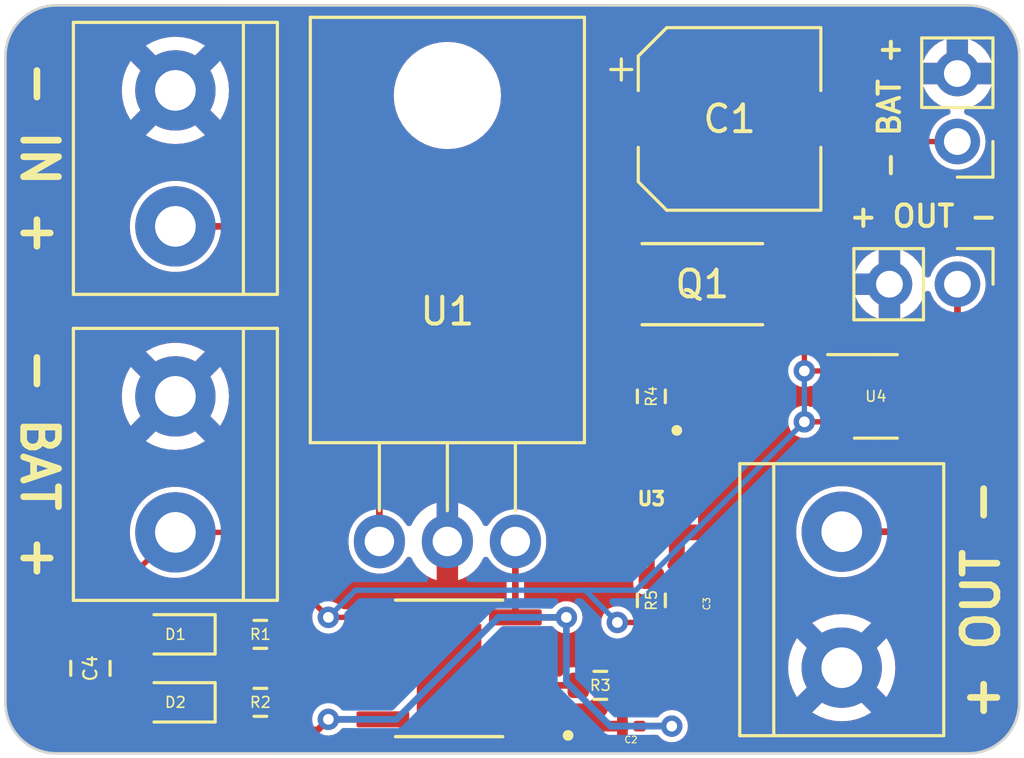
<source format=kicad_pcb>
(kicad_pcb (version 20221018) (generator pcbnew)
  (title_block (title "Placa de Circuito Impresso do Teste Prático") (date "15/07/2024"))
  (layers (0 "F.Cu" signal) (31 "B.Cu" signal) (34 "B.Paste" user) (35 "F.Paste" user) (36 "B.SilkS" user "B.Silkscreen") (37 "F.SilkS" user "F.Silkscreen") (38 "B.Mask" user) (39 "F.Mask" user) (44 "Edge.Cuts" user))
  (net 0 "")
  (net 1 "IN+")
  (net 2 "BAT-")
  (net 3 "Net-(U3-VCC)")
  (net 4 "BAT+")
  (net 5 "Net-(D1-K)")
  (net 6 "Net-(D2-K)")
  (net 8 "Net-(U3-OC)")
  (net 9 "Net-(U3-OD)")
  (net 10 "Net-(U2-~{CHRG})")
  (net 11 "Net-(U2-PROG)")
  (net 12 "Net-(U3-CS)")
  (net 13 "5V")
  (net 16 "VCC")
  (net 17 "Net-(U2-~{STDBY})")
  (footprint "LED_SMD:LED_0603_1608Metric" (layer "F.Cu") (at 127 103.4034 180)
    (fp_text reference "D1" hide)
    (fp_text value "Green" hide)
    (fp_text user "${REFERENCE}" (at 0 0) (layer "F.SilkS") (effects (font (size 0.4 0.4) (thickness 0.06))))
    (fp_line (start -1.485 -0.735) (end -1.485 0.735) (stroke (width 0.12)) (layer "F.SilkS"))
    (fp_line (start -1.485 0.735) (end 0.8 0.735) (stroke (width 0.12)) (layer "F.SilkS"))
    (fp_line (start 0.8 -0.735) (end -1.485 -0.735) (stroke (width 0.12)) (layer "F.SilkS"))
    (pad "1" smd roundrect (at -0.7875 0 180) (size 0.875 0.95) (layers "F.Cu" "F.Paste" "F.Mask") (net 5 "Net-(D1-K)"))
    (pad "2" smd roundrect (at 0.7875 0 180) (size 0.875 0.95) (layers "F.Cu" "F.Paste" "F.Mask") (net 13 "5V"))
  )
  (footprint "Resistor_SMD:R_0603_1608Metric" (layer "F.Cu") (at 130.175 105.9434)
    (fp_text reference "R2" hide)
    (fp_text value "1kΩ" hide)
    (fp_text user "${REFERENCE}" (at 0 0) (layer "F.SilkS") (effects (font (size 0.4 0.4) (thickness 0.06))))
    (fp_line (start -0.237258 -0.5225) (end 0.237258 -0.5225) (stroke (width 0.12)) (layer "F.SilkS"))
    (fp_line (start -0.237258 0.5225) (end 0.237258 0.5225) (stroke (width 0.12)) (layer "F.SilkS"))
    (pad "1" smd roundrect (at -0.825 0) (size 0.8 0.95) (layers "F.Cu" "F.Paste" "F.Mask") (net 6 "Net-(D2-K)"))
    (pad "2" smd roundrect (at 0.825 0) (size 0.8 0.95) (layers "F.Cu" "F.Paste" "F.Mask") (net 10 "Net-(U2-~{CHRG})"))
  )
  (footprint "Connector_PinHeader_2.54mm:PinHeader_1x02_P2.54mm_Vertical" (layer "F.Cu") (at 156.21 84.9934 180)
    (fp_text reference "J4" hide)
    (fp_text value "Conn_01x02" hide)
    (fp_text user "- BAT +" (at 2.54 1.27 90) (layer "F.SilkS") (effects (font (size 0.8 0.8))))
    (fp_line (start -1.33 -1.33) (end 0 -1.33) (stroke (width 0.12)) (layer "F.SilkS"))
    (fp_line (start -1.33 0) (end -1.33 -1.33) (stroke (width 0.12)) (layer "F.SilkS"))
    (fp_line (start -1.33 1.27) (end -1.33 3.87) (stroke (width 0.12)) (layer "F.SilkS"))
    (fp_line (start -1.33 1.27) (end 1.33 1.27) (stroke (width 0.12)) (layer "F.SilkS"))
    (fp_line (start -1.33 3.87) (end 1.33 3.87) (stroke (width 0.12)) (layer "F.SilkS"))
    (fp_line (start 1.33 1.27) (end 1.33 3.87) (stroke (width 0.12)) (layer "F.SilkS"))
    (pad "1" thru_hole oval (at 0 0 180) (size 1.7 1.7) (drill 1) (layers "*.Cu" "*.Mask") (net 4 "BAT+"))
    (pad "2" thru_hole oval (at 0 2.54 180) (size 1.7 1.7) (drill 1) (layers "*.Cu" "*.Mask") (net 2 "BAT-"))
  )
  (footprint "Capacitor_SMD:C_0805_2012Metric" (layer "F.Cu") (at 123.825 104.6734 -90)
    (fp_text reference "C4" hide)
    (fp_text value "10uF 10V" hide)
    (fp_text user "${REFERENCE}" (at 0 0 90) (layer "F.SilkS") (effects (font (size 0.5 0.5) (thickness 0.08))))
    (fp_line (start -0.261252 -0.735) (end 0.261252 -0.735) (stroke (width 0.12)) (layer "F.SilkS"))
    (fp_line (start -0.261252 0.735) (end 0.261252 0.735) (stroke (width 0.12)) (layer "F.SilkS"))
    (pad "1" smd roundrect (at -0.95 0 270) (size 1 1.45) (layers "F.Cu" "F.Paste" "F.Mask") (net 4 "BAT+"))
    (pad "2" smd roundrect (at 0.95 0 270) (size 1 1.45) (layers "F.Cu" "F.Paste" "F.Mask") (net 2 "BAT-"))
  )
  (footprint "TerminalBlock:TerminalBlock_bornier-2_P5.08mm" (layer "F.Cu") (at 151.892 99.568 -90)
    (fp_text reference "J3" hide)
    (fp_text value "KF301-2P" hide)
    (fp_text user "+ OUT -" (at 2.54 -5.207 90) (layer "F.SilkS") (effects (font (size 1.3 1.3) (thickness 0.25))))
    (fp_line (start -2.54 -3.81) (end -2.54 3.81) (stroke (width 0.12)) (layer "F.SilkS"))
    (fp_line (start -2.54 3.81) (end 7.62 3.81) (stroke (width 0.12)) (layer "F.SilkS"))
    (fp_line (start 7.62 -3.81) (end -2.54 -3.81) (stroke (width 0.12)) (layer "F.SilkS"))
    (fp_line (start 7.62 2.54) (end -2.54 2.54) (stroke (width 0.12)) (layer "F.SilkS"))
    (fp_line (start 7.62 3.81) (end 7.62 -3.81) (stroke (width 0.12)) (layer "F.SilkS"))
    (pad "1" thru_hole oval (at 0 0 270) (size 3 3) (drill 1.52) (layers "*.Cu" "*.Mask") (net 16 "VCC"))
    (pad "2" thru_hole circle (at 5.08 0 270) (size 3 3) (drill 1.52) (layers "*.Cu" "*.Mask") (net 2 "BAT-"))
  )
  (footprint "Package_TO_SOT_THT:TO-220-3_Horizontal_TabDown" (layer "F.Cu") (at 134.62 99.9334)
    (fp_text reference "U1" hide)
    (fp_text value "LM7805_TO220" hide)
    (fp_text user "${REFERENCE}" (at 2.54 -8.595) (layer "F.SilkS"))
    (fp_line (start -2.58 -19.58) (end -2.58 -3.69) (stroke (width 0.12)) (layer "F.SilkS"))
    (fp_line (start -2.58 -19.58) (end 7.66 -19.58) (stroke (width 0.12)) (layer "F.SilkS"))
    (fp_line (start -2.58 -3.69) (end 7.66 -3.69) (stroke (width 0.12)) (layer "F.SilkS"))
    (fp_line (start 0 -3.69) (end 0 -1.15) (stroke (width 0.12)) (layer "F.SilkS"))
    (fp_line (start 2.54 -3.69) (end 2.54 -1.15) (stroke (width 0.12)) (layer "F.SilkS"))
    (fp_line (start 5.08 -3.69) (end 5.08 -1.15) (stroke (width 0.12)) (layer "F.SilkS"))
    (fp_line (start 7.66 -19.58) (end 7.66 -3.69) (stroke (width 0.12)) (layer "F.SilkS"))
    (pad "" np_thru_hole oval (at 2.54 -16.66) (size 3.5 3.5) (drill 3.5) (layers "*.Cu" "*.Mask"))
    (pad "1" thru_hole oval (at 0 0) (size 1.905 2) (drill 1.1) (layers "*.Cu" "*.Mask") (net 1 "IN+"))
    (pad "2" thru_hole oval (at 2.54 0) (size 1.905 2) (drill 1.1) (layers "*.Cu" "*.Mask") (net 2 "BAT-"))
    (pad "3" thru_hole oval (at 5.08 0) (size 1.905 2) (drill 1.1) (layers "*.Cu" "*.Mask") (net 13 "5V"))
  )
  (footprint "Capacitor_SMD:C_0201_0603Metric" (layer "F.Cu") (at 146.304 102.2604 -90)
    (fp_text reference "C3" hide)
    (fp_text value "100nF 6.3V" hide)
    (fp_text user "${REFERENCE}" (at 0 -0.5456 90) (layer "F.SilkS") (effects (font (size 0.25 0.25) (thickness 0.04))))
    (pad "1" smd roundrect (at -0.32 0 270) (size 0.46 0.4) (layers "F.Cu" "F.Mask") (net 3 "Net-(U3-VCC)"))
    (pad "2" smd roundrect (at 0.32 0 270) (size 0.46 0.4) (layers "F.Cu" "F.Mask") (net 2 "BAT-"))
  )
  (footprint "Package_TO_SOT_SMD:SOT-23-5" (layer "F.Cu") (at 153.1675 94.5134)
    (fp_text reference "U4" hide)
    (fp_text value "AP2112K-3.3" hide)
    (fp_text user "${REFERENCE}" (at 0 0) (layer "F.SilkS") (effects (font (size 0.4 0.4) (thickness 0.06))))
    (fp_line (start 0 -1.56) (end -1.8 -1.56) (stroke (width 0.12)) (layer "F.SilkS"))
    (fp_line (start 0 -1.56) (end 0.8 -1.56) (stroke (width 0.12)) (layer "F.SilkS"))
    (fp_line (start 0 1.56) (end -0.8 1.56) (stroke (width 0.12)) (layer "F.SilkS"))
    (fp_line (start 0 1.56) (end 0.8 1.56) (stroke (width 0.12)) (layer "F.SilkS"))
    (pad "1" smd roundrect (at -1.1375 -0.95) (size 1.325 0.6) (layers "F.Cu" "F.Paste" "F.Mask") (net 4 "BAT+"))
    (pad "2" smd roundrect (at -1.1375 0) (size 1.325 0.6) (layers "F.Cu" "F.Paste" "F.Mask") (net 2 "BAT-"))
    (pad "3" smd roundrect (at -1.1375 0.95) (size 1.325 0.6) (layers "F.Cu" "F.Paste" "F.Mask") (net 4 "BAT+"))
    (pad "4" smd roundrect (at 1.1375 0.95) (size 1.325 0.6) (layers "F.Cu" "F.Paste" "F.Mask"))
    (pad "5" smd roundrect (at 1.1375 -0.95) (size 1.325 0.6) (layers "F.Cu" "F.Paste" "F.Mask") (net 16 "VCC"))
  )
  (footprint "TerminalBlock:TerminalBlock_bornier-2_P5.08mm" (layer "F.Cu") (at 127 88.1634 90)
    (fp_text reference "J1" hide)
    (fp_text value "KF301-2P" hide)
    (fp_text user "- IN +" (at 2.54 -5.08 270 unlocked) (layer "F.SilkS") (effects (font (size 1.3 1.3) (thickness 0.25))))
    (fp_line (start -2.54 -3.81) (end -2.54 3.81) (stroke (width 0.12)) (layer "F.SilkS"))
    (fp_line (start -2.54 3.81) (end 7.62 3.81) (stroke (width 0.12)) (layer "F.SilkS"))
    (fp_line (start 7.62 -3.81) (end -2.54 -3.81) (stroke (width 0.12)) (layer "F.SilkS"))
    (fp_line (start 7.62 2.54) (end -2.54 2.54) (stroke (width 0.12)) (layer "F.SilkS"))
    (fp_line (start 7.62 3.81) (end 7.62 -3.81) (stroke (width 0.12)) (layer "F.SilkS"))
    (pad "1" thru_hole oval (at 0 0 90) (size 3 3) (drill 1.52) (layers "*.Cu" "*.Mask") (net 1 "IN+"))
    (pad "2" thru_hole circle (at 5.08 0 90) (size 3 3) (drill 1.52) (layers "*.Cu" "*.Mask") (net 2 "BAT-"))
  )
  (footprint "Resistor_SMD:R_0603_1608Metric" (layer "F.Cu") (at 130.175 103.4034)
    (fp_text reference "R1" hide)
    (fp_text value "1kΩ" hide)
    (fp_text user "${REFERENCE}" (at 0 0) (layer "F.SilkS") (effects (font (size 0.4 0.4) (thickness 0.06))))
    (fp_line (start -0.237258 -0.5225) (end 0.237258 -0.5225) (stroke (width 0.12)) (layer "F.SilkS"))
    (fp_line (start -0.237258 0.5225) (end 0.237258 0.5225) (stroke (width 0.12)) (layer "F.SilkS"))
    (pad "1" smd roundrect (at -0.825 0) (size 0.8 0.95) (layers "F.Cu" "F.Paste" "F.Mask") (net 5 "Net-(D1-K)"))
    (pad "2" smd roundrect (at 0.825 0) (size 0.8 0.95) (layers "F.Cu" "F.Paste" "F.Mask") (net 17 "Net-(U2-~{STDBY})"))
  )
  (footprint "SnapEDA Library:SOP127P600X175-9N" (layer "F.Cu") (at 137.225 104.6734 180)
    (fp_text reference "U2" hide)
    (fp_text value "TP4056" hide)
    (fp_line (start -2 -2.55) (end 2 -2.55) (stroke (width 0.127)) (layer "F.SilkS"))
    (fp_line (start -2 2.55) (end 2 2.55) (stroke (width 0.127)) (layer "F.SilkS"))
    (fp_circle (center -4.445 -2.505) (end -4.345 -2.505) (stroke (width 0.2)) (fill none) (layer "F.SilkS"))
    (pad "1" smd roundrect (at -2.475 -1.905 180) (size 1.97 0.6) (layers "F.Cu" "F.Paste" "F.Mask") (roundrect_rratio 0.125) (net 2 "BAT-"))
    (pad "2" smd roundrect (at -2.475 -0.635 180) (size 1.97 0.6) (layers "F.Cu" "F.Paste" "F.Mask") (roundrect_rratio 0.125) (net 11 "Net-(U2-PROG)"))
    (pad "3" smd roundrect (at -2.475 0.635 180) (size 1.97 0.6) (layers "F.Cu" "F.Paste" "F.Mask") (roundrect_rratio 0.125) (net 2 "BAT-"))
    (pad "4" smd roundrect (at -2.475 1.905 180) (size 1.97 0.6) (layers "F.Cu" "F.Paste" "F.Mask") (roundrect_rratio 0.125) (net 13 "5V"))
    (pad "5" smd roundrect (at 2.475 1.905 180) (size 1.97 0.6) (layers "F.Cu" "F.Paste" "F.Mask") (roundrect_rratio 0.125) (net 4 "BAT+"))
    (pad "6" smd roundrect (at 2.475 0.635 180) (size 1.97 0.6) (layers "F.Cu" "F.Paste" "F.Mask") (roundrect_rratio 0.125) (net 17 "Net-(U2-~{STDBY})"))
    (pad "7" smd roundrect (at 2.475 -0.635 180) (size 1.97 0.6) (layers "F.Cu" "F.Paste" "F.Mask") (roundrect_rratio 0.125) (net 10 "Net-(U2-~{CHRG})"))
    (pad "8" smd roundrect (at 2.475 -1.905 180) (size 1.97 0.6) (layers "F.Cu" "F.Paste" "F.Mask") (roundrect_rratio 0.125) (net 13 "5V"))
    (pad "9" smd rect (at 0 0 180) (size 2.413 3.302) (layers "F.Cu" "F.Mask") (net 2 "BAT-"))
  )
  (footprint "TerminalBlock:TerminalBlock_bornier-2_P5.08mm" (layer "F.Cu") (at 127 99.5934 90)
    (fp_text reference "J2" hide)
    (fp_text value "KF301-2P" hide)
    (fp_text user "- BAT +" (at 2.54 -5.08 270 unlocked) (layer "F.SilkS") (effects (font (size 1.3 1.3) (thickness 0.25))))
    (fp_line (start -2.54 -3.81) (end -2.54 3.81) (stroke (width 0.12)) (layer "F.SilkS"))
    (fp_line (start -2.54 3.81) (end 7.62 3.81) (stroke (width 0.12)) (layer "F.SilkS"))
    (fp_line (start 7.62 -3.81) (end -2.54 -3.81) (stroke (width 0.12)) (layer "F.SilkS"))
    (fp_line (start 7.62 2.54) (end -2.54 2.54) (stroke (width 0.12)) (layer "F.SilkS"))
    (fp_line (start 7.62 3.81) (end 7.62 -3.81) (stroke (width 0.12)) (layer "F.SilkS"))
    (pad "1" thru_hole oval (at 0 0 90) (size 3 3) (drill 1.52) (layers "*.Cu" "*.Mask") (net 4 "BAT+"))
    (pad "2" thru_hole circle (at 5.08 0 90) (size 3 3) (drill 1.52) (layers "*.Cu" "*.Mask") (net 2 "BAT-"))
  )
  (footprint "Resistor_SMD:R_0603_1608Metric" (layer "F.Cu") (at 142.875 105.3084 180)
    (fp_text reference "R3" hide)
    (fp_text value "1.2kΩ" hide)
    (fp_text user "${REFERENCE}" (at 0 0) (layer "F.SilkS") (effects (font (size 0.4 0.4) (thickness 0.06))))
    (fp_line (start -0.237258 -0.5225) (end 0.237258 -0.5225) (stroke (width 0.12)) (layer "F.SilkS"))
    (fp_line (start -0.237258 0.5225) (end 0.237258 0.5225) (stroke (width 0.12)) (layer "F.SilkS"))
    (pad "1" smd roundrect (at -0.825 0 180) (size 0.8 0.95) (layers "F.Cu" "F.Paste" "F.Mask") (net 2 "BAT-"))
    (pad "2" smd roundrect (at 0.825 0 180) (size 0.8 0.95) (layers "F.Cu" "F.Paste" "F.Mask") (net 11 "Net-(U2-PROG)"))
  )
  (footprint "Capacitor_SMD:CP_Elec_6.3x7.7" (layer "F.Cu") (at 147.701 84.1502)
    (fp_text reference "C1" hide)
    (fp_text value "100uF 35V" hide)
    (fp_text user "${REFERENCE}" (at 0 0) (layer "F.SilkS"))
    (fp_line (start -4.4375 -1.8475) (end -3.65 -1.8475) (stroke (width 0.12)) (layer "F.SilkS"))
    (fp_line (start -4.04375 -2.24125) (end -4.04375 -1.45375) (stroke (width 0.12)) (layer "F.SilkS"))
    (fp_line (start -3.41 -2.345563) (end -3.41 -1.06) (stroke (width 0.12)) (layer "F.SilkS"))
    (fp_line (start -3.41 -2.345563) (end -2.345563 -3.41) (stroke (width 0.12)) (layer "F.SilkS"))
    (fp_line (start -3.41 2.345563) (end -3.41 1.06) (stroke (width 0.12)) (layer "F.SilkS"))
    (fp_line (start -3.41 2.345563) (end -2.345563 3.41) (stroke (width 0.12)) (layer "F.SilkS"))
    (fp_line (start -2.345563 -3.41) (end 3.41 -3.41) (stroke (width 0.12)) (layer "F.SilkS"))
    (fp_line (start -2.345563 3.41) (end 3.41 3.41) (stroke (width 0.12)) (layer "F.SilkS"))
    (fp_line (start 3.41 -3.41) (end 3.41 -1.06) (stroke (width 0.12)) (layer "F.SilkS"))
    (fp_line (start 3.41 3.41) (end 3.41 1.06) (stroke (width 0.12)) (layer "F.SilkS"))
    (pad "1" smd roundrect (at -2.7 0) (size 3.5 1.6) (layers "F.Cu" "F.Paste" "F.Mask") (roundrect_rratio 0.15625) (net 1 "IN+"))
    (pad "2" smd roundrect (at 2.7 0) (size 3.5 1.6) (layers "F.Cu" "F.Paste" "F.Mask") (roundrect_rratio 0.15625) (net 2 "BAT-"))
  )
  (footprint "SnapEDA Library:SOP65P640X120-8N" (layer "F.Cu") (at 146.685 90.3224)
    (fp_text reference "Q1" hide)
    (fp_text value "FS8205A" hide)
    (fp_text user "${REFERENCE}" (at 0 0 unlocked) (layer "F.SilkS"))
    (fp_line (start -2.25 -1.515) (end 2.25 -1.515) (stroke (width 0.127)) (layer "F.SilkS"))
    (fp_line (start -2.25 1.515) (end 2.25 1.515) (stroke (width 0.127)) (layer "F.SilkS"))
    (pad "1" smd roundrect (at -2.88 -0.975) (size 1.56 0.4) (layers "F.Cu" "F.Paste" "F.Mask") (roundrect_rratio 0.125))
    (pad "2" smd roundrect (at -2.88 -0.325) (size 1.56 0.4) (layers "F.Cu" "F.Paste" "F.Mask") (roundrect_rratio 0.125) (net 2 "BAT-"))
    (pad "3" smd roundrect (at -2.88 0.325) (size 1.56 0.4) (layers "F.Cu" "F.Paste" "F.Mask") (roundrect_rratio 0.125))
    (pad "4" smd roundrect (at -2.88 0.975) (size 1.56 0.4) (layers "F.Cu" "F.Paste" "F.Mask") (roundrect_rratio 0.125) (net 8 "Net-(U3-OC)"))
    (pad "5" smd roundrect (at 2.88 0.975) (size 1.56 0.4) (layers "F.Cu" "F.Paste" "F.Mask") (roundrect_rratio 0.125) (net 9 "Net-(U3-OD)"))
    (pad "6" smd roundrect (at 2.88 0.325) (size 1.56 0.4) (layers "F.Cu" "F.Paste" "F.Mask") (roundrect_rratio 0.125) (net 2 "BAT-"))
    (pad "7" smd roundrect (at 2.88 -0.325) (size 1.56 0.4) (layers "F.Cu" "F.Paste" "F.Mask") (roundrect_rratio 0.125))
    (pad "8" smd roundrect (at 2.88 -0.975) (size 1.56 0.4) (layers "F.Cu" "F.Paste" "F.Mask") (roundrect_rratio 0.125))
  )
  (footprint "LED_SMD:LED_0603_1608Metric" (layer "F.Cu") (at 127 105.9434 180)
    (fp_text reference "D2" hide)
    (fp_text value "Red" hide)
    (fp_text user "${REFERENCE}" (at 0 0) (layer "F.SilkS") (effects (font (size 0.4 0.4) (thickness 0.06))))
    (fp_line (start -1.485 -0.735) (end -1.485 0.735) (stroke (width 0.12)) (layer "F.SilkS"))
    (fp_line (start -1.485 0.735) (end 0.8 0.735) (stroke (width 0.12)) (layer "F.SilkS"))
    (fp_line (start 0.8 -0.735) (end -1.485 -0.735) (stroke (width 0.12)) (layer "F.SilkS"))
    (pad "1" smd roundrect (at -0.7875 0 180) (size 0.875 0.95) (layers "F.Cu" "F.Paste" "F.Mask") (net 6 "Net-(D2-K)"))
    (pad "2" smd roundrect (at 0.7875 0 180) (size 0.875 0.95) (layers "F.Cu" "F.Paste" "F.Mask") (net 13 "5V"))
  )
  (footprint "Resistor_SMD:R_0603_1608Metric" (layer "F.Cu") (at 144.78 102.1334 90)
    (fp_text reference "R5" hide)
    (fp_text value "100Ω" hide)
    (fp_text user "${REFERENCE}" (at 0 0 90) (layer "F.SilkS") (effects (font (size 0.4 0.4) (thickness 0.06))))
    (fp_line (start -0.237258 -0.5225) (end 0.237258 -0.5225) (stroke (width 0.12)) (layer "F.SilkS"))
    (fp_line (start -0.237258 0.5225) (end 0.237258 0.5225) (stroke (width 0.12)) (layer "F.SilkS"))
    (pad "1" smd roundrect (at -0.825 0 90) (size 0.8 0.95) (layers "F.Cu" "F.Paste" "F.Mask") (net 4 "BAT+"))
    (pad "2" smd roundrect (at 0.825 0 90) (size 0.8 0.95) (layers "F.Cu" "F.Paste" "F.Mask") (net 3 "Net-(U3-VCC)"))
  )
  (footprint "Capacitor_SMD:C_0201_0603Metric" (layer "F.Cu") (at 144.018 106.8324 180)
    (fp_text reference "C2" hide)
    (fp_text value "100nF 6.3V" hide)
    (fp_text user "${REFERENCE}" (at 0 -0.508) (layer "F.SilkS") (effects (font (size 0.25 0.25) (thickness 0.04))))
    (pad "1" smd roundrect (at -0.32 0 180) (size 0.46 0.4) (layers "F.Cu" "F.Mask") (net 13 "5V"))
    (pad "2" smd roundrect (at 0.32 0 180) (size 0.46 0.4) (layers "F.Cu" "F.Mask") (net 2 "BAT-"))
  )
  (footprint "Resistor_SMD:R_0603_1608Metric" (layer "F.Cu") (at 144.78 94.5134 -90)
    (fp_text reference "R4" hide)
    (fp_text value "1kΩ" hide)
    (fp_text user "${REFERENCE}" (at 0 0 90) (layer "F.SilkS") (effects (font (size 0.4 0.4) (thickness 0.06))))
    (fp_line (start -0.237258 -0.5225) (end 0.237258 -0.5225) (stroke (width 0.12)) (layer "F.SilkS"))
    (fp_line (start -0.237258 0.5225) (end 0.237258 0.5225) (stroke (width 0.12)) (layer "F.SilkS"))
    (pad "1" smd roundrect (at -0.825 0 270) (size 0.8 0.95) (layers "F.Cu" "F.Paste" "F.Mask") (net 2 "BAT-"))
    (pad "2" smd roundrect (at 0.825 0 270) (size 0.8 0.95) (layers "F.Cu" "F.Paste" "F.Mask") (net 12 "Net-(U3-CS)"))
  )
  (footprint "Connector_PinHeader_2.54mm:PinHeader_1x02_P2.54mm_Vertical" (layer "F.Cu") (at 156.215 90.3224 -90)
    (fp_text reference "J5" hide)
    (fp_text value "Conn_01x02" hide)
    (fp_text user "+ OUT -" (at -2.54 1.27) (layer "F.SilkS") (effects (font (size 0.8 0.8))))
    (fp_line (start -1.33 -1.33) (end 0 -1.33) (stroke (width 0.12)) (layer "F.SilkS"))
    (fp_line (start -1.33 0) (end -1.33 -1.33) (stroke (width 0.12)) (layer "F.SilkS"))
    (fp_line (start -1.33 1.27) (end -1.33 3.87) (stroke (width 0.12)) (layer "F.SilkS"))
    (fp_line (start -1.33 1.27) (end 1.33 1.27) (stroke (width 0.12)) (layer "F.SilkS"))
    (fp_line (start -1.33 3.87) (end 1.33 3.87) (stroke (width 0.12)) (layer "F.SilkS"))
    (fp_line (start 1.33 1.27) (end 1.33 3.87) (stroke (width 0.12)) (layer "F.SilkS"))
    (pad "1" thru_hole oval (at 0 0 270) (size 1.7 1.7) (drill 1) (layers "*.Cu" "*.Mask") (net 16 "VCC"))
    (pad "2" thru_hole oval (at 0 2.54 270) (size 1.7 1.7) (drill 1) (layers "*.Cu" "*.Mask") (net 2 "BAT-"))
  )
  (footprint "SnapEDA Library:SOT95P280X145-6N" (layer "F.Cu") (at 144.78 98.3384 -90)
    (fp_text reference "U3" hide)
    (fp_text value "DW01A" hide)
    (fp_text user "${REFERENCE}" (at 0 0 unlocked) (layer "F.SilkS") (effects (font (size 0.5 0.5) (thickness 0.125))))
    (fp_circle (center -2.555 -0.95) (end -2.455 -0.95) (stroke (width 0.2)) (fill none) (layer "F.SilkS"))
    (pad "1" smd rect (at -1.255 -0.95 270) (size 1.21 0.59) (layers "F.Cu" "F.Paste" "F.Mask") (net 9 "Net-(U3-OD)"))
    (pad "2" smd rect (at -1.255 0 270) (size 1.21 0.59) (layers "F.Cu" "F.Paste" "F.Mask") (net 12 "Net-(U3-CS)"))
    (pad "3" smd rect (at -1.255 0.95 270) (size 1.21 0.59) (layers "F.Cu" "F.Paste" "F.Mask") (net 8 "Net-(U3-OC)"))
    (pad "4" smd rect (at 1.255 0.95 270) (size 1.21 0.59) (layers "F.Cu" "F.Paste" "F.Mask"))
    (pad "5" smd rect (at 1.255 0 270) (size 1.21 0.59) (layers "F.Cu" "F.Paste" "F.Mask") (net 3 "Net-(U3-VCC)"))
    (pad "6" smd rect (at 1.255 -0.95 270) (size 1.21 0.59) (layers "F.Cu" "F.Paste" "F.Mask") (net 2 "BAT-"))
  )
  (gr_line (start 120.65 105.9434) (end 120.65 81.8134) (stroke (width 0.1)) (layer "Edge.Cuts"))
  (gr_arc (start 158.5214 105.944238) (mid 157.963438 107.291276) (end 156.6164 107.849238) (stroke (width 0.1)) (layer "Edge.Cuts"))
  (gr_line (start 122.555 79.9084) (end 156.6164 79.909238) (stroke (width 0.1)) (layer "Edge.Cuts"))
  (gr_arc (start 122.555 107.8484) (mid 121.207962 107.290438) (end 120.65 105.9434) (stroke (width 0.1)) (layer "Edge.Cuts"))
  (gr_line (start 158.5214 81.814238) (end 158.5214 105.944238) (stroke (width 0.1)) (layer "Edge.Cuts"))
  (gr_arc (start 120.65 81.8134) (mid 121.207962 80.466362) (end 122.555 79.9084) (stroke (width 0.1)) (layer "Edge.Cuts"))
  (gr_line (start 156.6164 107.849238) (end 122.555 107.8484) (stroke (width 0.1)) (layer "Edge.Cuts"))
  (gr_arc (start 156.6164 79.909238) (mid 157.963438 80.4672) (end 158.5214 81.814238) (stroke (width 0.1)) (layer "Edge.Cuts"))
  (segment (start 130.81 88.1634) (end 134.62 91.9734) (width 0.25) (layer "F.Cu") (net 1))
  (segment (start 127 88.1634) (end 130.81 88.1634) (width 0.25) (layer "F.Cu") (net 1))
  (segment (start 140.81 88.1634) (end 145.255 83.7184) (width 0.25) (layer "F.Cu") (net 1))
  (segment (start 130.81 88.1634) (end 140.81 88.1634) (width 0.25) (layer "F.Cu") (net 1))
  (segment (start 134.62 91.9734) (end 134.62 99.9334) (width 0.25) (layer "F.Cu") (net 1))
  (segment (start 146.05 104.0384) (end 146.304 103.7844) (width 0.2) (layer "F.Cu") (net 2))
  (segment (start 122.87 105.6234) (end 122.174 104.9274) (width 0.2) (layer "F.Cu") (net 2))
  (segment (start 143.7 105.3084) (end 144.78 105.3084) (width 0.2) (layer "F.Cu") (net 2))
  (segment (start 143.698 106.8324) (end 143.698 105.3104) (width 0.2) (layer "F.Cu") (net 2))
  (segment (start 147.066 100.2284) (end 146.431 99.5934) (width 0.2) (layer "F.Cu") (net 2))
  (segment (start 144.78 105.3084) (end 146.05 104.0384) (width 0.2) (layer "F.Cu") (net 2))
  (segment (start 122.174 99.3394) (end 127 94.5134) (width 0.2) (layer "F.Cu") (net 2))
  (segment (start 147.066 103.0224) (end 147.066 100.2284) (width 0.2) (layer "F.Cu") (net 2))
  (segment (start 146.304 102.5804) (end 146.304 103.7844) (width 0.2) (layer "F.Cu") (net 2))
  (segment (start 143.698 105.3104) (end 143.7 105.3084) (width 0.2) (layer "F.Cu") (net 2))
  (segment (start 146.431 99.5934) (end 145.73 99.5934) (width 0.2) (layer "F.Cu") (net 2))
  (segment (start 146.304 103.7844) (end 147.066 103.0224) (width 0.2) (layer "F.Cu") (net 2))
  (segment (start 122.174 104.9274) (end 122.174 99.3394) (width 0.2) (layer "F.Cu") (net 2))
  (segment (start 123.825 105.6234) (end 122.87 105.6234) (width 0.2) (layer "F.Cu") (net 2))
  (segment (start 145.672 101.3084) (end 144.78 101.3084) (width 0.25) (layer "F.Cu") (net 3))
  (segment (start 146.304 101.9404) (end 145.672 101.3084) (width 0.25) (layer "F.Cu") (net 3))
  (segment (start 144.78 99.5934) (end 144.78 101.3084) (width 0.25) (layer "F.Cu") (net 3))
  (segment (start 129.54 99.5934) (end 132.715 102.7684) (width 0.2) (layer "F.Cu") (net 4))
  (segment (start 123.825 102.7684) (end 127 99.5934) (width 0.2) (layer "F.Cu") (net 4))
  (segment (start 150.495 92.7354) (end 151.4348 91.7956) (width 0.2) (layer "F.Cu") (net 4))
  (segment (start 150.495 93.5634) (end 150.495 92.7354) (width 0.2) (layer "F.Cu") (net 4))
  (segment (start 151.4348 88.2396) (end 154.681 84.9934) (width 0.2) (layer "F.Cu") (net 4))
  (segment (start 123.825 103.7234) (end 123.825 102.7684) (width 0.2) (layer "F.Cu") (net 4))
  (segment (start 143.51 102.9584) (end 144.78 102.9584) (width 0.2) (layer "F.Cu") (net 4))
  (segment (start 127 99.5934) (end 129.54 99.5934) (width 0.2) (layer "F.Cu") (net 4))
  (segment (start 150.495 95.4634) (end 152.03 95.4634) (width 0.2) (layer "F.Cu") (net 4))
  (segment (start 132.715 102.7684) (end 134.75 102.7684) (width 0.2) (layer "F.Cu") (net 4))
  (segment (start 150.495 93.5634) (end 152.03 93.5634) (width 0.2) (layer "F.Cu") (net 4))
  (segment (start 154.681 84.9934) (end 156.21 84.9934) (width 0.2) (layer "F.Cu") (net 4))
  (segment (start 151.4348 91.7956) (end 151.4348 88.2396) (width 0.2) (layer "F.Cu") (net 4))
  (via (at 150.495 95.4634) (size 0.8) (drill 0.4) (layers "F.Cu" "B.Cu") (net 4))
  (via (at 132.715 102.7684) (size 0.8) (drill 0.4) (layers "F.Cu" "B.Cu") (net 4))
  (via (at 150.495 93.5634) (size 0.8) (drill 0.4) (layers "F.Cu" "B.Cu") (net 4))
  (via (at 143.51 102.9584) (size 0.8) (drill 0.4) (layers "F.Cu" "B.Cu") (net 4))
  (segment (start 132.715 102.7684) (end 133.731 101.7524) (width 0.2) (layer "B.Cu") (net 4))
  (segment (start 142.304 101.7524) (end 144.206 101.7524) (width 0.2) (layer "B.Cu") (net 4))
  (segment (start 133.731 101.7524) (end 142.304 101.7524) (width 0.2) (layer "B.Cu") (net 4))
  (segment (start 150.495 95.4634) (end 150.495 93.5634) (width 0.2) (layer "B.Cu") (net 4))
  (segment (start 144.206 101.7524) (end 150.495 95.4634) (width 0.2) (layer "B.Cu") (net 4))
  (segment (start 142.304 101.7524) (end 143.51 102.9584) (width 0.2) (layer "B.Cu") (net 4))
  (segment (start 127.7875 103.4034) (end 129.35 103.4034) (width 0.25) (layer "F.Cu") (net 5))
  (segment (start 127.7875 105.9434) (end 129.35 105.9434) (width 0.25) (layer "F.Cu") (net 6))
  (segment (start 143.83 97.0834) (end 143.805 97.0584) (width 0.25) (layer "F.Cu") (net 8))
  (segment (start 143.805 97.0584) (end 143.805 91.4244) (width 0.25) (layer "F.Cu") (net 8))
  (segment (start 143.805 91.4244) (end 143.83 91.3994) (width 0.25) (layer "F.Cu") (net 8))
  (segment (start 149.565 94.4274) (end 149.565 91.2974) (width 0.25) (layer "F.Cu") (net 9))
  (segment (start 145.73 97.0834) (end 146.909 97.0834) (width 0.25) (layer "F.Cu") (net 9))
  (segment (start 146.909 97.0834) (end 149.565 94.4274) (width 0.25) (layer "F.Cu") (net 9))
  (segment (start 132.715 105.3084) (end 134.75 105.3084) (width 0.25) (layer "F.Cu") (net 10))
  (segment (start 132.08 105.9434) (end 132.715 105.3084) (width 0.25) (layer "F.Cu") (net 10))
  (segment (start 131 105.9434) (end 132.08 105.9434) (width 0.25) (layer "F.Cu") (net 10))
  (segment (start 139.7 105.3084) (end 142.05 105.3084) (width 0.25) (layer "F.Cu") (net 11))
  (segment (start 144.78 95.3384) (end 144.78 97.0834) (width 0.25) (layer "F.Cu") (net 12))
  (segment (start 132.322236 106.971164) (end 132.715 106.5784) (width 0.25) (layer "F.Cu") (net 13))
  (segment (start 126.2125 103.4034) (end 126.2125 105.9434) (width 0.25) (layer "F.Cu") (net 13))
  (segment (start 127.240264 106.971164) (end 132.322236 106.971164) (width 0.25) (layer "F.Cu") (net 13))
  (segment (start 139.7 99.9334) (end 139.7 102.7684) (width 0.25) (layer "F.Cu") (net 13))
  (segment (start 139.7 102.7684) (end 141.605 102.7684) (width 0.25) (layer "F.Cu") (net 13))
  (segment (start 126.2125 105.9434) (end 127.240264 106.971164) (width 0.25) (layer "F.Cu") (net 13))
  (segment (start 132.715 106.5784) (end 134.75 106.5784) (width 0.25) (layer "F.Cu") (net 13))
  (segment (start 144.338 106.8324) (end 145.542 106.8324) (width 0.25) (layer "F.Cu") (net 13))
  (via (at 132.715 106.5784) (size 0.8) (drill 0.4) (layers "F.Cu" "B.Cu") (net 13))
  (via (at 145.542 106.8324) (size 0.8) (drill 0.4) (layers "F.Cu" "B.Cu") (net 13))
  (via (at 141.605 102.7684) (size 0.8) (drill 0.4) (layers "F.Cu" "B.Cu") (net 13))
  (segment (start 143.256 106.8324) (end 145.542 106.8324) (width 0.25) (layer "B.Cu") (net 13))
  (segment (start 141.605 102.7684) (end 141.605 105.1814) (width 0.25) (layer "B.Cu") (net 13))
  (segment (start 135.255 106.5784) (end 139.065 102.7684) (width 0.25) (layer "B.Cu") (net 13))
  (segment (start 132.715 106.5784) (end 135.255 106.5784) (width 0.25) (layer "B.Cu") (net 13))
  (segment (start 141.605 105.1814) (end 143.256 106.8324) (width 0.25) (layer "B.Cu") (net 13))
  (segment (start 139.065 102.7684) (end 141.605 102.7684) (width 0.25) (layer "B.Cu") (net 13))
  (segment (start 151.892 99.568) (end 154.432 99.568) (width 0.25) (layer "F.Cu") (net 16))
  (segment (start 155.448 93.5634) (end 156.215 92.7964) (width 0.25) (layer "F.Cu") (net 16))
  (segment (start 156.464 97.536) (end 156.464 94.5794) (width 0.25) (layer "F.Cu") (net 16))
  (segment (start 156.464 94.5794) (end 155.448 93.5634) (width 0.25) (layer "F.Cu") (net 16))
  (segment (start 154.432 99.568) (end 156.464 97.536) (width 0.25) (layer "F.Cu") (net 16))
  (segment (start 156.215 92.7964) (end 156.215 90.3224) (width 0.25) (layer "F.Cu") (net 16))
  (segment (start 155.448 93.5634) (end 154.305 93.5634) (width 0.25) (layer "F.Cu") (net 16))
  (segment (start 132.08 103.4034) (end 131 103.4034) (width 0.25) (layer "F.Cu") (net 17))
  (segment (start 132.715 104.0384) (end 132.08 103.4034) (width 0.25) (layer "F.Cu") (net 17))
  (segment (start 134.75 104.0384) (end 132.715 104.0384) (width 0.25) (layer "F.Cu") (net 17))
  (zone (net 2) (net_name "BAT-") (layers "F&B.Cu") (name "Ground") (connect_pads (clearance 0)) (min_thickness 0.25) (fill yes (thermal_gap 0.5) (thermal_bridge_width 0.8))
    (polygon (pts (xy 120.65 79.9084) (xy 158.496 79.756) (xy 158.496 107.8484) (xy 120.65 107.8484)))
  )
)
</source>
